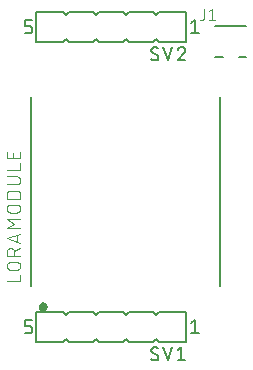
<source format=gbr>
G04 EAGLE Gerber RS-274X export*
G75*
%MOMM*%
%FSLAX34Y34*%
%LPD*%
%INSilkscreen Top*%
%IPPOS*%
%AMOC8*
5,1,8,0,0,1.08239X$1,22.5*%
G01*
%ADD10C,0.127000*%
%ADD11C,0.076200*%
%ADD12C,0.200000*%
%ADD13R,0.392200X0.511500*%
%ADD14C,0.101600*%
%ADD15C,0.152400*%


D10*
X622000Y279700D02*
X648000Y279700D01*
X628300Y253700D02*
X622000Y253700D01*
X641700Y253700D02*
X648000Y253700D01*
D11*
X612477Y287202D02*
X612477Y294524D01*
X612477Y287202D02*
X612475Y287113D01*
X612469Y287025D01*
X612460Y286936D01*
X612447Y286848D01*
X612430Y286761D01*
X612409Y286675D01*
X612385Y286589D01*
X612357Y286505D01*
X612326Y286422D01*
X612291Y286340D01*
X612253Y286260D01*
X612211Y286182D01*
X612166Y286105D01*
X612118Y286031D01*
X612067Y285958D01*
X612013Y285888D01*
X611955Y285820D01*
X611895Y285754D01*
X611833Y285692D01*
X611767Y285632D01*
X611699Y285574D01*
X611629Y285520D01*
X611556Y285469D01*
X611482Y285421D01*
X611405Y285376D01*
X611327Y285334D01*
X611247Y285296D01*
X611165Y285261D01*
X611082Y285230D01*
X610998Y285202D01*
X610912Y285178D01*
X610826Y285157D01*
X610739Y285140D01*
X610651Y285127D01*
X610562Y285118D01*
X610474Y285112D01*
X610385Y285110D01*
X609339Y285110D01*
X616675Y292432D02*
X619290Y294524D01*
X619290Y285110D01*
X616675Y285110D02*
X621905Y285110D01*
D12*
X466100Y219700D02*
X466100Y59700D01*
X626100Y59700D02*
X626100Y219700D01*
X473185Y42200D02*
X473187Y42308D01*
X473193Y42415D01*
X473203Y42523D01*
X473217Y42629D01*
X473235Y42736D01*
X473256Y42841D01*
X473282Y42946D01*
X473311Y43049D01*
X473345Y43152D01*
X473382Y43253D01*
X473423Y43353D01*
X473467Y43451D01*
X473515Y43547D01*
X473567Y43642D01*
X473622Y43735D01*
X473680Y43825D01*
X473742Y43913D01*
X473807Y43999D01*
X473875Y44083D01*
X473946Y44164D01*
X474020Y44242D01*
X474097Y44318D01*
X474176Y44390D01*
X474259Y44460D01*
X474343Y44526D01*
X474430Y44590D01*
X474520Y44650D01*
X474612Y44706D01*
X474705Y44760D01*
X474801Y44809D01*
X474898Y44856D01*
X474997Y44898D01*
X475097Y44937D01*
X475199Y44972D01*
X475302Y45004D01*
X475406Y45031D01*
X475512Y45055D01*
X475617Y45075D01*
X475724Y45091D01*
X475831Y45103D01*
X475938Y45111D01*
X476046Y45115D01*
X476154Y45115D01*
X476262Y45111D01*
X476369Y45103D01*
X476476Y45091D01*
X476583Y45075D01*
X476688Y45055D01*
X476794Y45031D01*
X476898Y45004D01*
X477001Y44972D01*
X477103Y44937D01*
X477203Y44898D01*
X477302Y44856D01*
X477399Y44809D01*
X477495Y44760D01*
X477588Y44706D01*
X477680Y44650D01*
X477770Y44590D01*
X477857Y44526D01*
X477941Y44460D01*
X478024Y44390D01*
X478103Y44318D01*
X478180Y44242D01*
X478254Y44164D01*
X478325Y44083D01*
X478393Y43999D01*
X478458Y43913D01*
X478520Y43825D01*
X478578Y43735D01*
X478633Y43642D01*
X478685Y43547D01*
X478733Y43451D01*
X478777Y43353D01*
X478818Y43253D01*
X478855Y43152D01*
X478889Y43049D01*
X478918Y42946D01*
X478944Y42841D01*
X478965Y42736D01*
X478983Y42629D01*
X478997Y42523D01*
X479007Y42415D01*
X479013Y42308D01*
X479015Y42200D01*
X479013Y42092D01*
X479007Y41985D01*
X478997Y41877D01*
X478983Y41771D01*
X478965Y41664D01*
X478944Y41559D01*
X478918Y41454D01*
X478889Y41351D01*
X478855Y41248D01*
X478818Y41147D01*
X478777Y41047D01*
X478733Y40949D01*
X478685Y40853D01*
X478633Y40758D01*
X478578Y40665D01*
X478520Y40575D01*
X478458Y40487D01*
X478393Y40401D01*
X478325Y40317D01*
X478254Y40236D01*
X478180Y40158D01*
X478103Y40082D01*
X478024Y40010D01*
X477941Y39940D01*
X477857Y39874D01*
X477770Y39810D01*
X477680Y39750D01*
X477588Y39694D01*
X477495Y39640D01*
X477399Y39591D01*
X477302Y39544D01*
X477203Y39502D01*
X477103Y39463D01*
X477001Y39428D01*
X476898Y39396D01*
X476794Y39369D01*
X476688Y39345D01*
X476583Y39325D01*
X476476Y39309D01*
X476369Y39297D01*
X476262Y39289D01*
X476154Y39285D01*
X476046Y39285D01*
X475938Y39289D01*
X475831Y39297D01*
X475724Y39309D01*
X475617Y39325D01*
X475512Y39345D01*
X475406Y39369D01*
X475302Y39396D01*
X475199Y39428D01*
X475097Y39463D01*
X474997Y39502D01*
X474898Y39544D01*
X474801Y39591D01*
X474705Y39640D01*
X474612Y39694D01*
X474520Y39750D01*
X474430Y39810D01*
X474343Y39874D01*
X474259Y39940D01*
X474176Y40010D01*
X474097Y40082D01*
X474020Y40158D01*
X473946Y40236D01*
X473875Y40317D01*
X473807Y40401D01*
X473742Y40487D01*
X473680Y40575D01*
X473622Y40665D01*
X473567Y40758D01*
X473515Y40853D01*
X473467Y40949D01*
X473423Y41047D01*
X473382Y41147D01*
X473345Y41248D01*
X473311Y41351D01*
X473282Y41454D01*
X473256Y41559D01*
X473235Y41664D01*
X473217Y41771D01*
X473203Y41877D01*
X473193Y41985D01*
X473187Y42092D01*
X473185Y42200D01*
D13*
X476061Y42143D03*
D14*
X456922Y64062D02*
X445214Y64062D01*
X456922Y64062D02*
X456922Y69266D01*
X453670Y73583D02*
X448466Y73583D01*
X448354Y73585D01*
X448242Y73591D01*
X448130Y73600D01*
X448018Y73614D01*
X447907Y73631D01*
X447797Y73653D01*
X447688Y73677D01*
X447579Y73706D01*
X447472Y73739D01*
X447365Y73775D01*
X447261Y73815D01*
X447157Y73858D01*
X447055Y73905D01*
X446955Y73955D01*
X446856Y74009D01*
X446760Y74067D01*
X446665Y74127D01*
X446573Y74191D01*
X446483Y74258D01*
X446395Y74328D01*
X446310Y74401D01*
X446227Y74477D01*
X446147Y74555D01*
X446069Y74637D01*
X445995Y74721D01*
X445923Y74807D01*
X445855Y74896D01*
X445790Y74988D01*
X445727Y75081D01*
X445669Y75177D01*
X445613Y75274D01*
X445561Y75374D01*
X445512Y75475D01*
X445467Y75578D01*
X445425Y75682D01*
X445387Y75787D01*
X445353Y75894D01*
X445322Y76002D01*
X445296Y76111D01*
X445272Y76221D01*
X445253Y76332D01*
X445238Y76443D01*
X445226Y76555D01*
X445218Y76667D01*
X445214Y76779D01*
X445214Y76891D01*
X445218Y77003D01*
X445226Y77115D01*
X445238Y77227D01*
X445253Y77338D01*
X445272Y77449D01*
X445296Y77559D01*
X445322Y77668D01*
X445353Y77776D01*
X445387Y77883D01*
X445425Y77988D01*
X445467Y78092D01*
X445512Y78195D01*
X445561Y78296D01*
X445613Y78396D01*
X445669Y78493D01*
X445727Y78589D01*
X445790Y78682D01*
X445855Y78774D01*
X445923Y78863D01*
X445995Y78949D01*
X446069Y79033D01*
X446147Y79115D01*
X446227Y79193D01*
X446310Y79269D01*
X446395Y79342D01*
X446483Y79412D01*
X446573Y79479D01*
X446665Y79543D01*
X446760Y79603D01*
X446856Y79661D01*
X446955Y79715D01*
X447055Y79765D01*
X447157Y79812D01*
X447261Y79855D01*
X447365Y79895D01*
X447472Y79931D01*
X447579Y79964D01*
X447688Y79993D01*
X447797Y80017D01*
X447907Y80039D01*
X448018Y80056D01*
X448130Y80070D01*
X448242Y80079D01*
X448354Y80085D01*
X448466Y80087D01*
X448466Y80088D02*
X453670Y80088D01*
X453670Y80087D02*
X453782Y80085D01*
X453894Y80079D01*
X454006Y80070D01*
X454118Y80056D01*
X454229Y80039D01*
X454339Y80017D01*
X454448Y79993D01*
X454557Y79964D01*
X454664Y79931D01*
X454771Y79895D01*
X454875Y79855D01*
X454979Y79812D01*
X455081Y79765D01*
X455181Y79715D01*
X455280Y79661D01*
X455376Y79603D01*
X455471Y79543D01*
X455563Y79479D01*
X455653Y79412D01*
X455741Y79342D01*
X455826Y79269D01*
X455909Y79193D01*
X455989Y79115D01*
X456067Y79033D01*
X456141Y78949D01*
X456213Y78863D01*
X456281Y78774D01*
X456346Y78682D01*
X456409Y78589D01*
X456467Y78493D01*
X456523Y78396D01*
X456575Y78296D01*
X456624Y78195D01*
X456669Y78092D01*
X456711Y77988D01*
X456749Y77883D01*
X456783Y77776D01*
X456814Y77668D01*
X456840Y77559D01*
X456864Y77449D01*
X456883Y77338D01*
X456898Y77227D01*
X456910Y77115D01*
X456918Y77003D01*
X456922Y76891D01*
X456922Y76779D01*
X456918Y76667D01*
X456910Y76555D01*
X456898Y76443D01*
X456883Y76332D01*
X456864Y76221D01*
X456840Y76111D01*
X456814Y76002D01*
X456783Y75894D01*
X456749Y75787D01*
X456711Y75682D01*
X456669Y75578D01*
X456624Y75475D01*
X456575Y75374D01*
X456523Y75274D01*
X456467Y75177D01*
X456409Y75081D01*
X456346Y74988D01*
X456281Y74896D01*
X456213Y74807D01*
X456141Y74721D01*
X456067Y74637D01*
X455989Y74555D01*
X455909Y74477D01*
X455826Y74401D01*
X455741Y74328D01*
X455653Y74258D01*
X455563Y74191D01*
X455471Y74127D01*
X455376Y74067D01*
X455280Y74009D01*
X455181Y73955D01*
X455081Y73905D01*
X454979Y73858D01*
X454875Y73815D01*
X454771Y73775D01*
X454664Y73739D01*
X454557Y73706D01*
X454448Y73677D01*
X454339Y73653D01*
X454229Y73631D01*
X454118Y73614D01*
X454006Y73600D01*
X453894Y73591D01*
X453782Y73585D01*
X453670Y73583D01*
X456922Y85490D02*
X445214Y85490D01*
X445214Y88742D01*
X445216Y88854D01*
X445222Y88966D01*
X445231Y89078D01*
X445245Y89190D01*
X445262Y89301D01*
X445284Y89411D01*
X445308Y89520D01*
X445337Y89629D01*
X445370Y89736D01*
X445406Y89843D01*
X445446Y89947D01*
X445489Y90051D01*
X445536Y90153D01*
X445586Y90253D01*
X445640Y90352D01*
X445698Y90448D01*
X445758Y90543D01*
X445822Y90635D01*
X445889Y90725D01*
X445959Y90813D01*
X446032Y90898D01*
X446108Y90981D01*
X446186Y91061D01*
X446268Y91139D01*
X446352Y91213D01*
X446438Y91285D01*
X446527Y91353D01*
X446619Y91418D01*
X446712Y91481D01*
X446808Y91539D01*
X446905Y91595D01*
X447005Y91647D01*
X447106Y91696D01*
X447209Y91741D01*
X447313Y91783D01*
X447418Y91821D01*
X447525Y91855D01*
X447633Y91886D01*
X447742Y91912D01*
X447852Y91936D01*
X447963Y91955D01*
X448074Y91970D01*
X448186Y91982D01*
X448298Y91990D01*
X448410Y91994D01*
X448522Y91994D01*
X448634Y91990D01*
X448746Y91982D01*
X448858Y91970D01*
X448969Y91955D01*
X449080Y91936D01*
X449190Y91912D01*
X449299Y91886D01*
X449407Y91855D01*
X449514Y91821D01*
X449619Y91783D01*
X449723Y91741D01*
X449826Y91696D01*
X449927Y91647D01*
X450027Y91595D01*
X450124Y91539D01*
X450220Y91481D01*
X450313Y91418D01*
X450405Y91353D01*
X450494Y91285D01*
X450580Y91213D01*
X450664Y91139D01*
X450746Y91061D01*
X450824Y90981D01*
X450900Y90898D01*
X450973Y90813D01*
X451043Y90725D01*
X451110Y90635D01*
X451174Y90543D01*
X451234Y90448D01*
X451292Y90352D01*
X451346Y90253D01*
X451396Y90153D01*
X451443Y90051D01*
X451486Y89947D01*
X451526Y89843D01*
X451562Y89736D01*
X451595Y89629D01*
X451624Y89520D01*
X451648Y89411D01*
X451670Y89301D01*
X451687Y89190D01*
X451701Y89078D01*
X451710Y88966D01*
X451716Y88854D01*
X451718Y88742D01*
X451719Y88742D02*
X451719Y85490D01*
X451719Y89393D02*
X456922Y91995D01*
X456922Y96218D02*
X445214Y100121D01*
X456922Y104023D01*
X453995Y103048D02*
X453995Y97194D01*
X456922Y108815D02*
X445214Y108815D01*
X451719Y112718D01*
X445214Y116620D01*
X456922Y116620D01*
X453670Y122062D02*
X448466Y122062D01*
X448466Y122063D02*
X448354Y122065D01*
X448242Y122071D01*
X448130Y122080D01*
X448018Y122094D01*
X447907Y122111D01*
X447797Y122133D01*
X447688Y122157D01*
X447579Y122186D01*
X447472Y122219D01*
X447365Y122255D01*
X447261Y122295D01*
X447157Y122338D01*
X447055Y122385D01*
X446955Y122435D01*
X446856Y122489D01*
X446760Y122547D01*
X446665Y122607D01*
X446573Y122671D01*
X446483Y122738D01*
X446395Y122808D01*
X446310Y122881D01*
X446227Y122957D01*
X446147Y123035D01*
X446069Y123117D01*
X445995Y123201D01*
X445923Y123287D01*
X445855Y123376D01*
X445790Y123468D01*
X445727Y123561D01*
X445669Y123657D01*
X445613Y123754D01*
X445561Y123854D01*
X445512Y123955D01*
X445467Y124058D01*
X445425Y124162D01*
X445387Y124267D01*
X445353Y124374D01*
X445322Y124482D01*
X445296Y124591D01*
X445272Y124701D01*
X445253Y124812D01*
X445238Y124923D01*
X445226Y125035D01*
X445218Y125147D01*
X445214Y125259D01*
X445214Y125371D01*
X445218Y125483D01*
X445226Y125595D01*
X445238Y125707D01*
X445253Y125818D01*
X445272Y125929D01*
X445296Y126039D01*
X445322Y126148D01*
X445353Y126256D01*
X445387Y126363D01*
X445425Y126468D01*
X445467Y126572D01*
X445512Y126675D01*
X445561Y126776D01*
X445613Y126876D01*
X445669Y126973D01*
X445727Y127069D01*
X445790Y127162D01*
X445855Y127254D01*
X445923Y127343D01*
X445995Y127429D01*
X446069Y127513D01*
X446147Y127595D01*
X446227Y127673D01*
X446310Y127749D01*
X446395Y127822D01*
X446483Y127892D01*
X446573Y127959D01*
X446665Y128023D01*
X446760Y128083D01*
X446856Y128141D01*
X446955Y128195D01*
X447055Y128245D01*
X447157Y128292D01*
X447261Y128335D01*
X447365Y128375D01*
X447472Y128411D01*
X447579Y128444D01*
X447688Y128473D01*
X447797Y128497D01*
X447907Y128519D01*
X448018Y128536D01*
X448130Y128550D01*
X448242Y128559D01*
X448354Y128565D01*
X448466Y128567D01*
X453670Y128567D01*
X453782Y128565D01*
X453894Y128559D01*
X454006Y128550D01*
X454118Y128536D01*
X454229Y128519D01*
X454339Y128497D01*
X454448Y128473D01*
X454557Y128444D01*
X454664Y128411D01*
X454771Y128375D01*
X454875Y128335D01*
X454979Y128292D01*
X455081Y128245D01*
X455181Y128195D01*
X455280Y128141D01*
X455376Y128083D01*
X455471Y128023D01*
X455563Y127959D01*
X455653Y127892D01*
X455741Y127822D01*
X455826Y127749D01*
X455909Y127673D01*
X455989Y127595D01*
X456067Y127513D01*
X456141Y127429D01*
X456213Y127343D01*
X456281Y127254D01*
X456346Y127162D01*
X456409Y127069D01*
X456467Y126973D01*
X456523Y126876D01*
X456575Y126776D01*
X456624Y126675D01*
X456669Y126572D01*
X456711Y126468D01*
X456749Y126363D01*
X456783Y126256D01*
X456814Y126148D01*
X456840Y126039D01*
X456864Y125929D01*
X456883Y125818D01*
X456898Y125707D01*
X456910Y125595D01*
X456918Y125483D01*
X456922Y125371D01*
X456922Y125259D01*
X456918Y125147D01*
X456910Y125035D01*
X456898Y124923D01*
X456883Y124812D01*
X456864Y124701D01*
X456840Y124591D01*
X456814Y124482D01*
X456783Y124374D01*
X456749Y124267D01*
X456711Y124162D01*
X456669Y124058D01*
X456624Y123955D01*
X456575Y123854D01*
X456523Y123754D01*
X456467Y123657D01*
X456409Y123561D01*
X456346Y123468D01*
X456281Y123376D01*
X456213Y123287D01*
X456141Y123201D01*
X456067Y123117D01*
X455989Y123035D01*
X455909Y122957D01*
X455826Y122881D01*
X455741Y122808D01*
X455653Y122738D01*
X455563Y122671D01*
X455471Y122607D01*
X455376Y122547D01*
X455280Y122489D01*
X455181Y122435D01*
X455081Y122385D01*
X454979Y122338D01*
X454875Y122295D01*
X454771Y122255D01*
X454664Y122219D01*
X454557Y122186D01*
X454448Y122157D01*
X454339Y122133D01*
X454229Y122111D01*
X454118Y122094D01*
X454006Y122080D01*
X453894Y122071D01*
X453782Y122065D01*
X453670Y122063D01*
X456922Y133896D02*
X445214Y133896D01*
X445214Y137148D01*
X445216Y137259D01*
X445222Y137370D01*
X445231Y137481D01*
X445244Y137591D01*
X445261Y137701D01*
X445282Y137810D01*
X445306Y137918D01*
X445335Y138025D01*
X445366Y138132D01*
X445402Y138237D01*
X445441Y138341D01*
X445483Y138444D01*
X445529Y138545D01*
X445579Y138644D01*
X445631Y138742D01*
X445687Y138838D01*
X445747Y138932D01*
X445809Y139023D01*
X445875Y139113D01*
X445943Y139200D01*
X446015Y139285D01*
X446089Y139368D01*
X446166Y139448D01*
X446246Y139525D01*
X446329Y139599D01*
X446414Y139671D01*
X446501Y139739D01*
X446591Y139805D01*
X446682Y139867D01*
X446776Y139927D01*
X446872Y139983D01*
X446970Y140035D01*
X447069Y140085D01*
X447170Y140131D01*
X447273Y140173D01*
X447377Y140212D01*
X447482Y140248D01*
X447589Y140279D01*
X447696Y140308D01*
X447804Y140332D01*
X447913Y140353D01*
X448023Y140370D01*
X448133Y140383D01*
X448244Y140392D01*
X448355Y140398D01*
X448466Y140400D01*
X448466Y140401D02*
X453670Y140401D01*
X453670Y140400D02*
X453781Y140398D01*
X453892Y140392D01*
X454003Y140383D01*
X454113Y140370D01*
X454223Y140353D01*
X454332Y140332D01*
X454440Y140308D01*
X454547Y140279D01*
X454654Y140248D01*
X454759Y140212D01*
X454863Y140173D01*
X454966Y140131D01*
X455067Y140085D01*
X455166Y140035D01*
X455264Y139983D01*
X455360Y139927D01*
X455454Y139867D01*
X455545Y139805D01*
X455635Y139739D01*
X455722Y139671D01*
X455807Y139599D01*
X455890Y139525D01*
X455970Y139448D01*
X456047Y139368D01*
X456121Y139285D01*
X456193Y139200D01*
X456261Y139113D01*
X456327Y139023D01*
X456389Y138932D01*
X456449Y138838D01*
X456505Y138742D01*
X456557Y138644D01*
X456607Y138545D01*
X456653Y138444D01*
X456695Y138341D01*
X456734Y138237D01*
X456770Y138132D01*
X456801Y138025D01*
X456830Y137918D01*
X456854Y137810D01*
X456875Y137701D01*
X456892Y137591D01*
X456905Y137481D01*
X456914Y137370D01*
X456920Y137259D01*
X456922Y137148D01*
X456922Y133896D01*
X453670Y146111D02*
X445214Y146111D01*
X453670Y146112D02*
X453782Y146114D01*
X453894Y146120D01*
X454006Y146129D01*
X454118Y146143D01*
X454229Y146160D01*
X454339Y146182D01*
X454448Y146206D01*
X454557Y146235D01*
X454664Y146268D01*
X454771Y146304D01*
X454875Y146344D01*
X454979Y146387D01*
X455081Y146434D01*
X455181Y146484D01*
X455280Y146538D01*
X455376Y146596D01*
X455471Y146656D01*
X455563Y146720D01*
X455653Y146787D01*
X455741Y146857D01*
X455826Y146930D01*
X455909Y147006D01*
X455989Y147084D01*
X456067Y147166D01*
X456141Y147250D01*
X456213Y147336D01*
X456281Y147425D01*
X456346Y147517D01*
X456409Y147610D01*
X456467Y147706D01*
X456523Y147803D01*
X456575Y147903D01*
X456624Y148004D01*
X456669Y148107D01*
X456711Y148211D01*
X456749Y148316D01*
X456783Y148423D01*
X456814Y148531D01*
X456840Y148640D01*
X456864Y148750D01*
X456883Y148861D01*
X456898Y148972D01*
X456910Y149084D01*
X456918Y149196D01*
X456922Y149308D01*
X456922Y149420D01*
X456918Y149532D01*
X456910Y149644D01*
X456898Y149756D01*
X456883Y149867D01*
X456864Y149978D01*
X456840Y150088D01*
X456814Y150197D01*
X456783Y150305D01*
X456749Y150412D01*
X456711Y150517D01*
X456669Y150621D01*
X456624Y150724D01*
X456575Y150825D01*
X456523Y150925D01*
X456467Y151022D01*
X456409Y151118D01*
X456346Y151211D01*
X456281Y151303D01*
X456213Y151392D01*
X456141Y151478D01*
X456067Y151562D01*
X455989Y151644D01*
X455909Y151722D01*
X455826Y151798D01*
X455741Y151871D01*
X455653Y151941D01*
X455563Y152008D01*
X455471Y152072D01*
X455376Y152132D01*
X455280Y152190D01*
X455181Y152244D01*
X455081Y152294D01*
X454979Y152341D01*
X454875Y152384D01*
X454771Y152424D01*
X454664Y152460D01*
X454557Y152493D01*
X454448Y152522D01*
X454339Y152546D01*
X454229Y152568D01*
X454118Y152585D01*
X454006Y152599D01*
X453894Y152608D01*
X453782Y152614D01*
X453670Y152616D01*
X445214Y152616D01*
X445214Y158349D02*
X456922Y158349D01*
X456922Y163553D01*
X456922Y168274D02*
X456922Y173478D01*
X456922Y168274D02*
X445214Y168274D01*
X445214Y173478D01*
X450418Y172177D02*
X450418Y168274D01*
D15*
X596900Y38100D02*
X596900Y12700D01*
X596900Y38100D02*
X574040Y38100D01*
X571500Y35560D01*
X568960Y38100D01*
X548640Y38100D01*
X546100Y35560D01*
X543560Y38100D01*
X523240Y38100D01*
X520700Y35560D01*
X518160Y38100D01*
X497840Y38100D01*
X495300Y35560D01*
X492760Y38100D01*
X469900Y38100D01*
X469900Y12700D01*
X492760Y12700D01*
X495300Y15240D01*
X497840Y12700D01*
X518160Y12700D01*
X520700Y15240D01*
X523240Y12700D01*
X543560Y12700D01*
X546100Y15240D01*
X548640Y12700D01*
X568960Y12700D01*
X571500Y15240D01*
X574040Y12700D01*
X596900Y12700D01*
D10*
X601345Y28575D02*
X604520Y31115D01*
X604520Y19685D01*
X601345Y19685D02*
X607695Y19685D01*
X464185Y19685D02*
X460375Y19685D01*
X464185Y19685D02*
X464285Y19687D01*
X464384Y19693D01*
X464484Y19703D01*
X464582Y19716D01*
X464681Y19734D01*
X464778Y19755D01*
X464874Y19780D01*
X464970Y19809D01*
X465064Y19842D01*
X465157Y19878D01*
X465248Y19918D01*
X465338Y19962D01*
X465426Y20009D01*
X465512Y20059D01*
X465596Y20113D01*
X465678Y20170D01*
X465757Y20230D01*
X465835Y20294D01*
X465909Y20360D01*
X465981Y20429D01*
X466050Y20501D01*
X466116Y20575D01*
X466180Y20653D01*
X466240Y20732D01*
X466297Y20814D01*
X466351Y20898D01*
X466401Y20984D01*
X466448Y21072D01*
X466492Y21162D01*
X466532Y21253D01*
X466568Y21346D01*
X466601Y21440D01*
X466630Y21536D01*
X466655Y21632D01*
X466676Y21729D01*
X466694Y21828D01*
X466707Y21926D01*
X466717Y22026D01*
X466723Y22125D01*
X466725Y22225D01*
X466725Y23495D01*
X466723Y23595D01*
X466717Y23694D01*
X466707Y23794D01*
X466694Y23892D01*
X466676Y23991D01*
X466655Y24088D01*
X466630Y24184D01*
X466601Y24280D01*
X466568Y24374D01*
X466532Y24467D01*
X466492Y24558D01*
X466448Y24648D01*
X466401Y24736D01*
X466351Y24822D01*
X466297Y24906D01*
X466240Y24988D01*
X466180Y25067D01*
X466116Y25145D01*
X466050Y25219D01*
X465981Y25291D01*
X465909Y25360D01*
X465835Y25426D01*
X465757Y25490D01*
X465678Y25550D01*
X465596Y25607D01*
X465512Y25661D01*
X465426Y25711D01*
X465338Y25758D01*
X465248Y25802D01*
X465157Y25842D01*
X465064Y25878D01*
X464970Y25911D01*
X464874Y25940D01*
X464778Y25965D01*
X464681Y25986D01*
X464582Y26004D01*
X464484Y26017D01*
X464384Y26027D01*
X464285Y26033D01*
X464185Y26035D01*
X460375Y26035D01*
X460375Y31115D01*
X466725Y31115D01*
X571246Y-3175D02*
X571346Y-3173D01*
X571445Y-3167D01*
X571545Y-3157D01*
X571643Y-3144D01*
X571742Y-3126D01*
X571839Y-3105D01*
X571935Y-3080D01*
X572031Y-3051D01*
X572125Y-3018D01*
X572218Y-2982D01*
X572309Y-2942D01*
X572399Y-2898D01*
X572487Y-2851D01*
X572573Y-2801D01*
X572657Y-2747D01*
X572739Y-2690D01*
X572818Y-2630D01*
X572896Y-2566D01*
X572970Y-2500D01*
X573042Y-2431D01*
X573111Y-2359D01*
X573177Y-2285D01*
X573241Y-2207D01*
X573301Y-2128D01*
X573358Y-2046D01*
X573412Y-1962D01*
X573462Y-1876D01*
X573509Y-1788D01*
X573553Y-1698D01*
X573593Y-1607D01*
X573629Y-1514D01*
X573662Y-1420D01*
X573691Y-1324D01*
X573716Y-1228D01*
X573737Y-1131D01*
X573755Y-1032D01*
X573768Y-934D01*
X573778Y-834D01*
X573784Y-735D01*
X573786Y-635D01*
X571246Y-3175D02*
X571105Y-3173D01*
X570964Y-3168D01*
X570823Y-3158D01*
X570682Y-3145D01*
X570542Y-3129D01*
X570402Y-3108D01*
X570263Y-3084D01*
X570124Y-3056D01*
X569987Y-3025D01*
X569850Y-2990D01*
X569714Y-2952D01*
X569579Y-2910D01*
X569446Y-2864D01*
X569313Y-2815D01*
X569182Y-2762D01*
X569053Y-2706D01*
X568924Y-2647D01*
X568798Y-2584D01*
X568673Y-2518D01*
X568550Y-2449D01*
X568429Y-2376D01*
X568310Y-2300D01*
X568192Y-2221D01*
X568077Y-2140D01*
X567965Y-2055D01*
X567854Y-1967D01*
X567746Y-1876D01*
X567640Y-1783D01*
X567537Y-1686D01*
X567436Y-1587D01*
X567754Y5715D02*
X567756Y5815D01*
X567762Y5914D01*
X567772Y6014D01*
X567785Y6112D01*
X567803Y6211D01*
X567824Y6308D01*
X567849Y6404D01*
X567878Y6500D01*
X567911Y6594D01*
X567947Y6687D01*
X567987Y6778D01*
X568031Y6868D01*
X568078Y6956D01*
X568128Y7042D01*
X568182Y7126D01*
X568239Y7208D01*
X568299Y7287D01*
X568363Y7365D01*
X568429Y7439D01*
X568498Y7511D01*
X568570Y7580D01*
X568644Y7646D01*
X568722Y7710D01*
X568801Y7770D01*
X568883Y7827D01*
X568967Y7881D01*
X569053Y7931D01*
X569141Y7978D01*
X569231Y8022D01*
X569322Y8062D01*
X569415Y8098D01*
X569509Y8131D01*
X569605Y8160D01*
X569701Y8185D01*
X569798Y8206D01*
X569897Y8224D01*
X569995Y8237D01*
X570095Y8247D01*
X570194Y8253D01*
X570294Y8255D01*
X570294Y8256D02*
X570427Y8254D01*
X570560Y8249D01*
X570693Y8239D01*
X570826Y8226D01*
X570958Y8209D01*
X571090Y8189D01*
X571221Y8165D01*
X571351Y8137D01*
X571481Y8106D01*
X571609Y8071D01*
X571737Y8032D01*
X571863Y7990D01*
X571988Y7944D01*
X572112Y7895D01*
X572235Y7843D01*
X572356Y7787D01*
X572475Y7727D01*
X572593Y7665D01*
X572708Y7599D01*
X572822Y7530D01*
X572934Y7457D01*
X573044Y7382D01*
X573152Y7303D01*
X569023Y3492D02*
X568939Y3544D01*
X568856Y3599D01*
X568776Y3658D01*
X568698Y3719D01*
X568623Y3783D01*
X568550Y3851D01*
X568479Y3921D01*
X568412Y3993D01*
X568347Y4068D01*
X568285Y4146D01*
X568226Y4226D01*
X568170Y4308D01*
X568118Y4392D01*
X568069Y4478D01*
X568023Y4566D01*
X567980Y4656D01*
X567941Y4747D01*
X567906Y4840D01*
X567874Y4934D01*
X567846Y5029D01*
X567821Y5125D01*
X567801Y5222D01*
X567783Y5320D01*
X567770Y5418D01*
X567761Y5517D01*
X567755Y5616D01*
X567753Y5715D01*
X572516Y1588D02*
X572600Y1536D01*
X572683Y1481D01*
X572763Y1422D01*
X572841Y1361D01*
X572916Y1297D01*
X572989Y1229D01*
X573060Y1159D01*
X573127Y1087D01*
X573192Y1012D01*
X573254Y934D01*
X573313Y854D01*
X573369Y772D01*
X573421Y688D01*
X573470Y602D01*
X573516Y514D01*
X573559Y424D01*
X573598Y333D01*
X573633Y240D01*
X573665Y146D01*
X573693Y51D01*
X573718Y-45D01*
X573738Y-142D01*
X573756Y-240D01*
X573769Y-338D01*
X573778Y-437D01*
X573784Y-536D01*
X573786Y-635D01*
X572516Y1588D02*
X569024Y3493D01*
X577850Y8255D02*
X581660Y-3175D01*
X585470Y8255D01*
X589915Y5715D02*
X593090Y8255D01*
X593090Y-3175D01*
X589915Y-3175D02*
X596265Y-3175D01*
D15*
X596900Y266700D02*
X596900Y292100D01*
X574040Y292100D01*
X571500Y289560D01*
X568960Y292100D01*
X548640Y292100D01*
X546100Y289560D01*
X543560Y292100D01*
X523240Y292100D01*
X520700Y289560D01*
X518160Y292100D01*
X497840Y292100D01*
X495300Y289560D01*
X492760Y292100D01*
X469900Y292100D01*
X469900Y266700D01*
X492760Y266700D01*
X495300Y269240D01*
X497840Y266700D01*
X518160Y266700D01*
X520700Y269240D01*
X523240Y266700D01*
X543560Y266700D01*
X546100Y269240D01*
X548640Y266700D01*
X568960Y266700D01*
X571500Y269240D01*
X574040Y266700D01*
X596900Y266700D01*
D10*
X601345Y282575D02*
X604520Y285115D01*
X604520Y273685D01*
X601345Y273685D02*
X607695Y273685D01*
X464185Y273685D02*
X460375Y273685D01*
X464185Y273685D02*
X464285Y273687D01*
X464384Y273693D01*
X464484Y273703D01*
X464582Y273716D01*
X464681Y273734D01*
X464778Y273755D01*
X464874Y273780D01*
X464970Y273809D01*
X465064Y273842D01*
X465157Y273878D01*
X465248Y273918D01*
X465338Y273962D01*
X465426Y274009D01*
X465512Y274059D01*
X465596Y274113D01*
X465678Y274170D01*
X465757Y274230D01*
X465835Y274294D01*
X465909Y274360D01*
X465981Y274429D01*
X466050Y274501D01*
X466116Y274575D01*
X466180Y274653D01*
X466240Y274732D01*
X466297Y274814D01*
X466351Y274898D01*
X466401Y274984D01*
X466448Y275072D01*
X466492Y275162D01*
X466532Y275253D01*
X466568Y275346D01*
X466601Y275440D01*
X466630Y275536D01*
X466655Y275632D01*
X466676Y275729D01*
X466694Y275828D01*
X466707Y275926D01*
X466717Y276026D01*
X466723Y276125D01*
X466725Y276225D01*
X466725Y277495D01*
X466723Y277595D01*
X466717Y277694D01*
X466707Y277794D01*
X466694Y277892D01*
X466676Y277991D01*
X466655Y278088D01*
X466630Y278184D01*
X466601Y278280D01*
X466568Y278374D01*
X466532Y278467D01*
X466492Y278558D01*
X466448Y278648D01*
X466401Y278736D01*
X466351Y278822D01*
X466297Y278906D01*
X466240Y278988D01*
X466180Y279067D01*
X466116Y279145D01*
X466050Y279219D01*
X465981Y279291D01*
X465909Y279360D01*
X465835Y279426D01*
X465757Y279490D01*
X465678Y279550D01*
X465596Y279607D01*
X465512Y279661D01*
X465426Y279711D01*
X465338Y279758D01*
X465248Y279802D01*
X465157Y279842D01*
X465064Y279878D01*
X464970Y279911D01*
X464874Y279940D01*
X464778Y279965D01*
X464681Y279986D01*
X464582Y280004D01*
X464484Y280017D01*
X464384Y280027D01*
X464285Y280033D01*
X464185Y280035D01*
X460375Y280035D01*
X460375Y285115D01*
X466725Y285115D01*
X571246Y250825D02*
X571346Y250827D01*
X571445Y250833D01*
X571545Y250843D01*
X571643Y250856D01*
X571742Y250874D01*
X571839Y250895D01*
X571935Y250920D01*
X572031Y250949D01*
X572125Y250982D01*
X572218Y251018D01*
X572309Y251058D01*
X572399Y251102D01*
X572487Y251149D01*
X572573Y251199D01*
X572657Y251253D01*
X572739Y251310D01*
X572818Y251370D01*
X572896Y251434D01*
X572970Y251500D01*
X573042Y251569D01*
X573111Y251641D01*
X573177Y251715D01*
X573241Y251793D01*
X573301Y251872D01*
X573358Y251954D01*
X573412Y252038D01*
X573462Y252124D01*
X573509Y252212D01*
X573553Y252302D01*
X573593Y252393D01*
X573629Y252486D01*
X573662Y252580D01*
X573691Y252676D01*
X573716Y252772D01*
X573737Y252869D01*
X573755Y252968D01*
X573768Y253066D01*
X573778Y253166D01*
X573784Y253265D01*
X573786Y253365D01*
X571246Y250825D02*
X571105Y250827D01*
X570964Y250832D01*
X570823Y250842D01*
X570682Y250855D01*
X570542Y250871D01*
X570402Y250892D01*
X570263Y250916D01*
X570124Y250944D01*
X569987Y250975D01*
X569850Y251010D01*
X569714Y251048D01*
X569579Y251090D01*
X569446Y251136D01*
X569313Y251185D01*
X569182Y251238D01*
X569053Y251294D01*
X568924Y251353D01*
X568798Y251416D01*
X568673Y251482D01*
X568550Y251551D01*
X568429Y251624D01*
X568310Y251700D01*
X568192Y251779D01*
X568077Y251860D01*
X567965Y251945D01*
X567854Y252033D01*
X567746Y252124D01*
X567640Y252217D01*
X567537Y252314D01*
X567436Y252413D01*
X567754Y259715D02*
X567756Y259815D01*
X567762Y259914D01*
X567772Y260014D01*
X567785Y260112D01*
X567803Y260211D01*
X567824Y260308D01*
X567849Y260404D01*
X567878Y260500D01*
X567911Y260594D01*
X567947Y260687D01*
X567987Y260778D01*
X568031Y260868D01*
X568078Y260956D01*
X568128Y261042D01*
X568182Y261126D01*
X568239Y261208D01*
X568299Y261287D01*
X568363Y261365D01*
X568429Y261439D01*
X568498Y261511D01*
X568570Y261580D01*
X568644Y261646D01*
X568722Y261710D01*
X568801Y261770D01*
X568883Y261827D01*
X568967Y261881D01*
X569053Y261931D01*
X569141Y261978D01*
X569231Y262022D01*
X569322Y262062D01*
X569415Y262098D01*
X569509Y262131D01*
X569605Y262160D01*
X569701Y262185D01*
X569798Y262206D01*
X569897Y262224D01*
X569995Y262237D01*
X570095Y262247D01*
X570194Y262253D01*
X570294Y262255D01*
X570294Y262256D02*
X570427Y262254D01*
X570560Y262249D01*
X570693Y262239D01*
X570826Y262226D01*
X570958Y262209D01*
X571090Y262189D01*
X571221Y262165D01*
X571351Y262137D01*
X571481Y262106D01*
X571609Y262071D01*
X571737Y262032D01*
X571863Y261990D01*
X571988Y261944D01*
X572112Y261895D01*
X572235Y261843D01*
X572356Y261787D01*
X572475Y261727D01*
X572593Y261665D01*
X572708Y261599D01*
X572822Y261530D01*
X572934Y261457D01*
X573044Y261382D01*
X573152Y261303D01*
X569023Y257492D02*
X568939Y257544D01*
X568856Y257599D01*
X568776Y257658D01*
X568698Y257719D01*
X568623Y257783D01*
X568550Y257851D01*
X568479Y257921D01*
X568412Y257993D01*
X568347Y258068D01*
X568285Y258146D01*
X568226Y258226D01*
X568170Y258308D01*
X568118Y258392D01*
X568069Y258478D01*
X568023Y258566D01*
X567980Y258656D01*
X567941Y258747D01*
X567906Y258840D01*
X567874Y258934D01*
X567846Y259029D01*
X567821Y259125D01*
X567801Y259222D01*
X567783Y259320D01*
X567770Y259418D01*
X567761Y259517D01*
X567755Y259616D01*
X567753Y259715D01*
X572516Y255588D02*
X572600Y255536D01*
X572683Y255481D01*
X572763Y255422D01*
X572841Y255361D01*
X572916Y255297D01*
X572989Y255229D01*
X573060Y255159D01*
X573127Y255087D01*
X573192Y255012D01*
X573254Y254934D01*
X573313Y254854D01*
X573369Y254772D01*
X573421Y254688D01*
X573470Y254602D01*
X573516Y254514D01*
X573559Y254424D01*
X573598Y254333D01*
X573633Y254240D01*
X573665Y254146D01*
X573693Y254051D01*
X573718Y253955D01*
X573738Y253858D01*
X573756Y253760D01*
X573769Y253662D01*
X573778Y253563D01*
X573784Y253464D01*
X573786Y253365D01*
X572516Y255588D02*
X569024Y257493D01*
X577850Y262255D02*
X581660Y250825D01*
X585470Y262255D01*
X593408Y262256D02*
X593512Y262254D01*
X593617Y262248D01*
X593721Y262239D01*
X593824Y262226D01*
X593927Y262208D01*
X594029Y262188D01*
X594131Y262163D01*
X594231Y262135D01*
X594331Y262103D01*
X594429Y262067D01*
X594526Y262028D01*
X594621Y261986D01*
X594715Y261940D01*
X594807Y261890D01*
X594897Y261838D01*
X594985Y261782D01*
X595071Y261722D01*
X595155Y261660D01*
X595236Y261595D01*
X595315Y261527D01*
X595392Y261455D01*
X595465Y261382D01*
X595537Y261305D01*
X595605Y261226D01*
X595670Y261145D01*
X595732Y261061D01*
X595792Y260975D01*
X595848Y260887D01*
X595900Y260797D01*
X595950Y260705D01*
X595996Y260611D01*
X596038Y260516D01*
X596077Y260419D01*
X596113Y260321D01*
X596145Y260221D01*
X596173Y260121D01*
X596198Y260019D01*
X596218Y259917D01*
X596236Y259814D01*
X596249Y259711D01*
X596258Y259607D01*
X596264Y259502D01*
X596266Y259398D01*
X593408Y262255D02*
X593290Y262253D01*
X593171Y262247D01*
X593053Y262238D01*
X592936Y262225D01*
X592819Y262207D01*
X592702Y262187D01*
X592586Y262162D01*
X592471Y262134D01*
X592358Y262101D01*
X592245Y262066D01*
X592133Y262026D01*
X592023Y261984D01*
X591914Y261937D01*
X591806Y261887D01*
X591701Y261834D01*
X591597Y261777D01*
X591495Y261717D01*
X591395Y261654D01*
X591297Y261587D01*
X591201Y261518D01*
X591108Y261445D01*
X591017Y261369D01*
X590928Y261291D01*
X590842Y261209D01*
X590759Y261125D01*
X590678Y261039D01*
X590601Y260949D01*
X590526Y260858D01*
X590454Y260764D01*
X590385Y260667D01*
X590320Y260569D01*
X590257Y260468D01*
X590198Y260365D01*
X590142Y260261D01*
X590090Y260155D01*
X590041Y260047D01*
X589996Y259938D01*
X589954Y259827D01*
X589916Y259715D01*
X595313Y257176D02*
X595389Y257251D01*
X595464Y257330D01*
X595535Y257411D01*
X595604Y257495D01*
X595669Y257581D01*
X595731Y257669D01*
X595791Y257759D01*
X595847Y257851D01*
X595900Y257946D01*
X595949Y258042D01*
X595995Y258140D01*
X596038Y258239D01*
X596077Y258340D01*
X596112Y258442D01*
X596144Y258545D01*
X596172Y258649D01*
X596197Y258754D01*
X596218Y258861D01*
X596235Y258967D01*
X596248Y259074D01*
X596257Y259182D01*
X596263Y259290D01*
X596265Y259398D01*
X595313Y257175D02*
X589915Y250825D01*
X596265Y250825D01*
M02*

</source>
